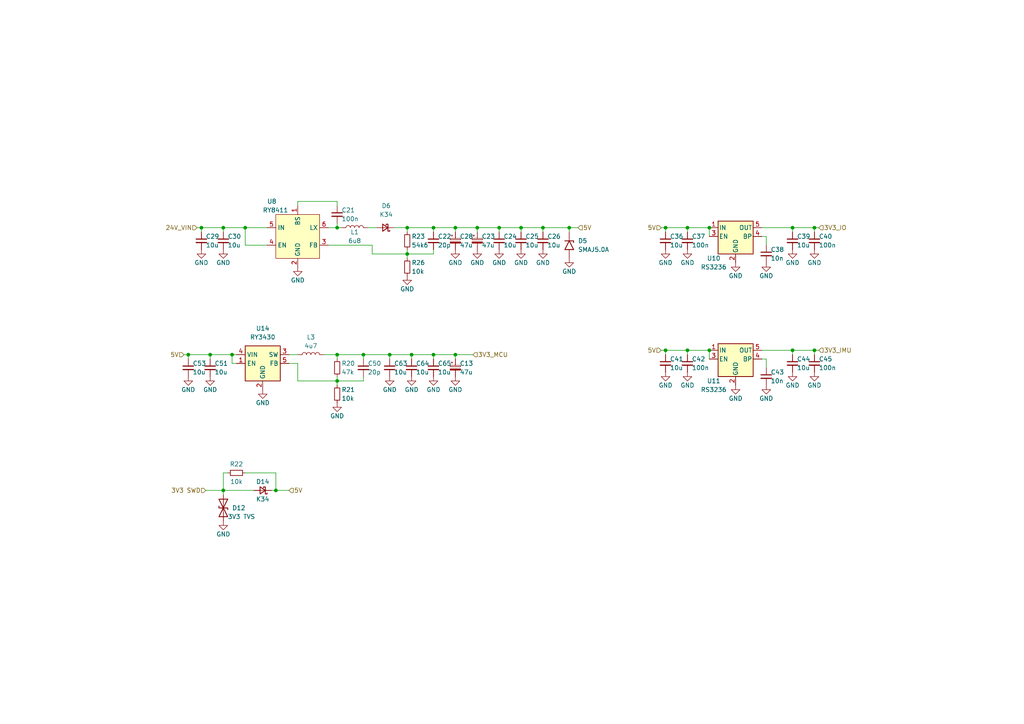
<source format=kicad_sch>
(kicad_sch (version 20231120) (generator "eeschema") (generator_version "8.0")
  (paper "A4")
  (lib_symbols
    (symbol "Device:C_Polarized_Small" (pin_numbers hide) (pin_names (offset 0.254) hide)
      (property "Reference" "C" (at 0.254 1.778 0))
      (property "Value" "C_Polarized_Small" (at 0.254 -2.032 0))
      (symbol "C_Polarized_Small_0_1"
        (rectangle (start -1.524 -0.3048) (end 1.524 -0.6858) (fill (type outline)))
        (rectangle (start -1.524 0.6858) (end 1.524 0.3048))
        (polyline (pts (xy -1.27 1.524) (xy -0.762 1.524)))
        (polyline (pts (xy -1.016 1.27) (xy -1.016 1.778)))
      )
      (symbol "C_Polarized_Small_1_1"
        (pin passive line (at 0 2.54 270) (length 1.8542) (name "~") (number "1"))
        (pin passive line (at 0 -2.54 90) (length 1.8542) (name "~") (number "2"))
      )
    )
    (symbol "Device:C_Small" (pin_numbers hide) (pin_names (offset 0.254) hide)
      (property "Reference" "C" (at 0.254 1.778 0))
      (property "Value" "C_Small" (at 0.254 -2.032 0))
      (symbol "C_Small_0_1"
        (polyline (pts (xy -1.524 -0.508) (xy 1.524 -0.508)) (stroke (width 0.3302)))
        (polyline (pts (xy -1.524 0.508) (xy 1.524 0.508)) (stroke (width 0.3048)))
      )
      (symbol "C_Small_1_1"
        (pin passive line (at 0 2.54 270) (length 2.032) (name "~") (number "1"))
        (pin passive line (at 0 -2.54 90) (length 2.032) (name "~") (number "2"))
      )
    )
    (symbol "Device:D_Schottky_Small" (pin_numbers hide) (pin_names (offset 0.254) hide)
      (property "Reference" "D" (at -1.27 2.032 0))
      (property "Value" "D_Schottky_Small" (at -7.112 -2.032 0))
      (symbol "D_Schottky_Small_0_1"
        (polyline (pts (xy -0.762 0) (xy 0.762 0)))
        (polyline (pts (xy 0.762 -1.016) (xy -0.762 0) (xy 0.762 1.016) (xy 0.762 -1.016)) (stroke (width 0.254)))
        (polyline (pts (xy -1.27 0.762) (xy -1.27 1.016) (xy -0.762 1.016) (xy -0.762 -1.016) (xy -0.254 -1.016) (xy -0.254 -0.762)) (stroke (width 0.254)))
      )
      (symbol "D_Schottky_Small_1_1"
        (pin passive line (at -2.54 0 0) (length 1.778) (name "K") (number "1"))
        (pin passive line (at 2.54 0 180) (length 1.778) (name "A") (number "2"))
      )
    )
    (symbol "Device:D_TVS" (pin_numbers hide) (pin_names (offset 1.016) hide)
      (property "Reference" "D" (at 0 2.54 0))
      (property "Value" "D_TVS" (at 0 -2.54 0))
      (symbol "D_TVS_0_1"
        (polyline (pts (xy 1.27 0) (xy -1.27 0)))
        (polyline (pts (xy 0.508 1.27) (xy 0 1.27) (xy 0 -1.27) (xy -0.508 -1.27)) (stroke (width 0.254)))
        (polyline (pts (xy -2.54 1.27) (xy -2.54 -1.27) (xy 2.54 1.27) (xy 2.54 -1.27) (xy -2.54 1.27)) (stroke (width 0.254)))
      )
      (symbol "D_TVS_1_1"
        (pin passive line (at -3.81 0 0) (length 2.54) (name "A1") (number "1"))
        (pin passive line (at 3.81 0 180) (length 2.54) (name "A2") (number "2"))
      )
    )
    (symbol "Device:L" (pin_numbers hide) (pin_names (offset 1.016) hide)
      (property "Reference" "L" (at -1.27 0 90))
      (property "Value" "L" (at 1.905 0 90))
      (symbol "L_0_1"
        (arc (start 0 -2.54) (mid 0.6323 -1.905) (end 0 -1.27))
        (arc (start 0 -1.27) (mid 0.6323 -0.635) (end 0 0))
        (arc (start 0 0) (mid 0.6323 0.635) (end 0 1.27))
        (arc (start 0 1.27) (mid 0.6323 1.905) (end 0 2.54))
      )
      (symbol "L_1_1"
        (pin passive line (at 0 3.81 270) (length 1.27) (name "1") (number "1"))
        (pin passive line (at 0 -3.81 90) (length 1.27) (name "2") (number "2"))
      )
    )
    (symbol "Device:R_Small" (pin_numbers hide) (pin_names (offset 0.254) hide)
      (property "Reference" "R" (at 0.762 0.508 0))
      (property "Value" "R_Small" (at 0.762 -1.016 0))
      (symbol "R_Small_0_1"
        (rectangle (start -0.762 1.778) (end 0.762 -1.778) (stroke (width 0.2032)))
      )
      (symbol "R_Small_1_1"
        (pin passive line (at 0 2.54 270) (length 0.762) (name "~") (number "1"))
        (pin passive line (at 0 -2.54 90) (length 0.762) (name "~") (number "2"))
      )
    )
    (symbol "Diode:SMAJ5.0A" (pin_numbers hide) (pin_names (offset 1.016) hide)
      (property "Reference" "D" (at 0 2.54 0))
      (property "Value" "SMAJ5.0A" (at 0 -2.54 0))
      (symbol "SMAJ5.0A_0_1"
        (polyline (pts (xy -0.762 1.27) (xy -1.27 1.27) (xy -1.27 -1.27)) (stroke (width 0.254)))
        (polyline (pts (xy 1.27 1.27) (xy 1.27 -1.27) (xy -1.27 0) (xy 1.27 1.27)) (stroke (width 0.254)))
      )
      (symbol "SMAJ5.0A_1_1"
        (pin passive line (at -3.81 0 0) (length 2.54) (name "A1") (number "1"))
        (pin passive line (at 3.81 0 180) (length 2.54) (name "A2") (number "2"))
      )
    )
    (symbol "RM24:SY8301"
      (property "Reference" "U" (at 0 0 0))
      (property "Value" "SY8301" (at 0 0 0))
      (symbol "SY8301_0_1"
        (rectangle (start -6.35 6.35) (end 6.35 -6.35) (fill (type background)))
      )
      (symbol "SY8301_1_1"
        (pin input line (at 0 8.89 270) (length 2.54) (name "BS") (number "1"))
        (pin input line (at 0 -8.89 90) (length 2.54) (name "GND") (number "2"))
        (pin input line (at 8.89 -2.54 180) (length 2.54) (name "FB") (number "3"))
        (pin input line (at -8.89 -2.54 0) (length 2.54) (name "EN") (number "4"))
        (pin input line (at -8.89 2.54 0) (length 2.54) (name "IN") (number "5"))
        (pin input line (at 8.89 2.54 180) (length 2.54) (name "LX") (number "6"))
      )
    )
    (symbol "Regulator_Linear:LDK130-12_SOT23_SOT353" (pin_names (offset 0.254))
      (property "Reference" "U" (at -3.81 5.715 0))
      (property "Value" "LDK130-12_SOT23_SOT353" (at 0 5.715 0))
      (symbol "LDK130-12_SOT23_SOT353_0_1"
        (rectangle (start -5.08 4.445) (end 5.08 -5.08) (stroke (width 0.254)) (fill (type background)))
      )
      (symbol "LDK130-12_SOT23_SOT353_1_1"
        (pin power_in line (at -7.62 2.54 0) (length 2.54) (name "IN") (number "1"))
        (pin power_in line (at 0 -7.62 90) (length 2.54) (name "GND") (number "2"))
        (pin input line (at -7.62 0 0) (length 2.54) (name "EN") (number "3"))
        (pin passive line (at 7.62 0 180) (length 2.54) (name "BP") (number "4"))
        (pin power_out line (at 7.62 2.54 180) (length 2.54) (name "OUT") (number "5"))
      )
    )
    (symbol "Regulator_Switching:NCP1529A"
      (property "Reference" "U" (at -5.08 6.35 0))
      (property "Value" "NCP1529A" (at 0 6.35 0))
      (symbol "NCP1529A_0_1"
        (rectangle (start -5.08 5.08) (end 5.08 -5.08) (stroke (width 0.254)) (fill (type background)))
      )
      (symbol "NCP1529A_1_1"
        (pin input line (at -7.62 0 0) (length 2.54) (name "EN") (number "1"))
        (pin power_in line (at 0 -7.62 90) (length 2.54) (name "GND") (number "2"))
        (pin power_out line (at 7.62 2.54 180) (length 2.54) (name "SW") (number "3"))
        (pin power_in line (at -7.62 2.54 0) (length 2.54) (name "VIN") (number "4"))
        (pin input line (at 7.62 0 180) (length 2.54) (name "FB") (number "5"))
      )
    )
    (symbol "power:GND" (power) (pin_names (offset 0))
      (property "Value" "GND" (at 0 -3.81 0))
      (symbol "GND_0_1"
        (polyline (pts (xy 0 0) (xy 0 -1.27) (xy 1.27 -1.27) (xy 0 -2.54) (xy -1.27 -1.27) (xy 0 -1.27)))
      )
      (symbol "GND_1_1"
        (pin power_in line (at 0 0 270) (length 0) hide (name "GND") (number "1"))
      )
    )
  )
  (junction (at 193.04 101.6))
  (junction (at 58.42 66.04))
  (junction (at 193.04 66.04))
  (junction (at 97.79 66.04))
  (junction (at 60.96 102.87))
  (junction (at 54.61 102.87))
  (junction (at 132.08 66.04))
  (junction (at 229.87 66.04))
  (junction (at 236.22 101.6))
  (junction (at 236.22 66.04))
  (junction (at 125.73 102.87))
  (junction (at 105.41 102.87))
  (junction (at 199.39 101.6))
  (junction (at 80.01 142.24))
  (junction (at 144.78 66.04))
  (junction (at 132.08 102.87))
  (junction (at 229.87 101.6))
  (junction (at 157.48 66.04))
  (junction (at 119.38 102.87))
  (junction (at 205.74 101.6))
  (junction (at 113.03 102.87))
  (junction (at 205.74 66.04))
  (junction (at 118.11 73.66))
  (junction (at 67.31 102.87))
  (junction (at 125.73 66.04))
  (junction (at 97.79 102.87))
  (junction (at 199.39 66.04))
  (junction (at 64.77 66.04))
  (junction (at 151.13 66.04))
  (junction (at 138.43 66.04))
  (junction (at 165.1 66.04))
  (junction (at 118.11 66.04))
  (junction (at 71.12 66.04))
  (junction (at 64.77 142.24))
  (junction (at 97.79 110.49))
  (wire (pts (xy 157.48 66.04) (xy 165.1 66.04)))
  (wire (pts (xy 229.87 66.04) (xy 229.87 67.31)))
  (wire (pts (xy 78.74 142.24) (xy 80.01 142.24)))
  (wire (pts (xy 86.36 58.42) (xy 97.79 58.42)))
  (wire (pts (xy 53.34 102.87) (xy 54.61 102.87)))
  (wire (pts (xy 191.77 101.6) (xy 193.04 101.6)))
  (wire (pts (xy 64.77 137.16) (xy 64.77 142.24)))
  (wire (pts (xy 54.61 104.14) (xy 54.61 102.87)))
  (wire (pts (xy 114.3 66.04) (xy 118.11 66.04)))
  (wire (pts (xy 60.96 104.14) (xy 60.96 102.87)))
  (wire (pts (xy 151.13 66.04) (xy 157.48 66.04)))
  (wire (pts (xy 105.41 102.87) (xy 113.03 102.87)))
  (wire (pts (xy 67.31 102.87) (xy 68.58 102.87)))
  (wire (pts (xy 97.79 66.04) (xy 97.79 64.77)))
  (wire (pts (xy 119.38 104.14) (xy 119.38 102.87)))
  (wire (pts (xy 86.36 102.87) (xy 83.82 102.87)))
  (wire (pts (xy 118.11 66.04) (xy 125.73 66.04)))
  (wire (pts (xy 97.79 102.87) (xy 97.79 104.14)))
  (wire (pts (xy 199.39 101.6) (xy 205.74 101.6)))
  (wire (pts (xy 66.04 137.16) (xy 64.77 137.16)))
  (wire (pts (xy 236.22 66.04) (xy 237.49 66.04)))
  (wire (pts (xy 119.38 102.87) (xy 125.73 102.87)))
  (wire (pts (xy 95.25 66.04) (xy 97.79 66.04)))
  (wire (pts (xy 71.12 66.04) (xy 71.12 71.12)))
  (wire (pts (xy 59.69 142.24) (xy 64.77 142.24)))
  (wire (pts (xy 199.39 66.04) (xy 205.74 66.04)))
  (wire (pts (xy 68.58 105.41) (xy 67.31 105.41)))
  (wire (pts (xy 64.77 142.24) (xy 64.77 143.51)))
  (wire (pts (xy 113.03 102.87) (xy 119.38 102.87)))
  (wire (pts (xy 97.79 111.76) (xy 97.79 110.49)))
  (wire (pts (xy 229.87 66.04) (xy 236.22 66.04)))
  (wire (pts (xy 83.82 105.41) (xy 86.36 105.41)))
  (wire (pts (xy 193.04 67.31) (xy 193.04 66.04)))
  (wire (pts (xy 118.11 66.04) (xy 118.11 67.31)))
  (wire (pts (xy 138.43 66.04) (xy 138.43 67.31)))
  (wire (pts (xy 151.13 66.04) (xy 151.13 67.31)))
  (wire (pts (xy 57.15 66.04) (xy 58.42 66.04)))
  (wire (pts (xy 64.77 66.04) (xy 64.77 67.31)))
  (wire (pts (xy 165.1 66.04) (xy 167.64 66.04)))
  (wire (pts (xy 86.36 105.41) (xy 86.36 110.49)))
  (wire (pts (xy 236.22 101.6) (xy 237.49 101.6)))
  (wire (pts (xy 118.11 74.93) (xy 118.11 73.66)))
  (wire (pts (xy 64.77 66.04) (xy 71.12 66.04)))
  (wire (pts (xy 236.22 66.04) (xy 236.22 67.31)))
  (wire (pts (xy 132.08 102.87) (xy 137.16 102.87)))
  (wire (pts (xy 125.73 66.04) (xy 125.73 67.31)))
  (wire (pts (xy 229.87 101.6) (xy 236.22 101.6)))
  (wire (pts (xy 86.36 59.69) (xy 86.36 58.42)))
  (wire (pts (xy 193.04 101.6) (xy 199.39 101.6)))
  (wire (pts (xy 138.43 66.04) (xy 144.78 66.04)))
  (wire (pts (xy 157.48 66.04) (xy 157.48 67.31)))
  (wire (pts (xy 220.98 68.58) (xy 222.25 68.58)))
  (wire (pts (xy 95.25 71.12) (xy 107.95 71.12)))
  (wire (pts (xy 118.11 73.66) (xy 118.11 72.39)))
  (wire (pts (xy 205.74 101.6) (xy 205.74 104.14)))
  (wire (pts (xy 105.41 109.22) (xy 105.41 110.49)))
  (wire (pts (xy 236.22 101.6) (xy 236.22 102.87)))
  (wire (pts (xy 125.73 66.04) (xy 132.08 66.04)))
  (wire (pts (xy 193.04 102.87) (xy 193.04 101.6)))
  (wire (pts (xy 97.79 102.87) (xy 105.41 102.87)))
  (wire (pts (xy 97.79 58.42) (xy 97.79 59.69)))
  (wire (pts (xy 93.98 102.87) (xy 97.79 102.87)))
  (wire (pts (xy 193.04 66.04) (xy 199.39 66.04)))
  (wire (pts (xy 80.01 142.24) (xy 83.82 142.24)))
  (wire (pts (xy 97.79 66.04) (xy 99.06 66.04)))
  (wire (pts (xy 113.03 104.14) (xy 113.03 102.87)))
  (wire (pts (xy 220.98 66.04) (xy 229.87 66.04)))
  (wire (pts (xy 86.36 110.49) (xy 97.79 110.49)))
  (wire (pts (xy 77.47 66.04) (xy 71.12 66.04)))
  (wire (pts (xy 222.25 104.14) (xy 222.25 106.68)))
  (wire (pts (xy 205.74 66.04) (xy 205.74 68.58)))
  (wire (pts (xy 107.95 73.66) (xy 118.11 73.66)))
  (wire (pts (xy 222.25 68.58) (xy 222.25 71.12)))
  (wire (pts (xy 97.79 110.49) (xy 97.79 109.22)))
  (wire (pts (xy 60.96 102.87) (xy 67.31 102.87)))
  (wire (pts (xy 132.08 66.04) (xy 132.08 67.31)))
  (wire (pts (xy 220.98 101.6) (xy 229.87 101.6)))
  (wire (pts (xy 132.08 66.04) (xy 138.43 66.04)))
  (wire (pts (xy 199.39 66.04) (xy 199.39 67.31)))
  (wire (pts (xy 132.08 102.87) (xy 132.08 104.14)))
  (wire (pts (xy 191.77 66.04) (xy 193.04 66.04)))
  (wire (pts (xy 220.98 104.14) (xy 222.25 104.14)))
  (wire (pts (xy 67.31 102.87) (xy 67.31 105.41)))
  (wire (pts (xy 144.78 66.04) (xy 144.78 67.31)))
  (wire (pts (xy 165.1 67.31) (xy 165.1 66.04)))
  (wire (pts (xy 71.12 71.12) (xy 77.47 71.12)))
  (wire (pts (xy 64.77 142.24) (xy 73.66 142.24)))
  (wire (pts (xy 107.95 71.12) (xy 107.95 73.66)))
  (wire (pts (xy 58.42 66.04) (xy 64.77 66.04)))
  (wire (pts (xy 229.87 101.6) (xy 229.87 102.87)))
  (wire (pts (xy 97.79 110.49) (xy 105.41 110.49)))
  (wire (pts (xy 199.39 101.6) (xy 199.39 102.87)))
  (wire (pts (xy 105.41 102.87) (xy 105.41 104.14)))
  (wire (pts (xy 125.73 104.14) (xy 125.73 102.87)))
  (wire (pts (xy 71.12 137.16) (xy 80.01 137.16)))
  (wire (pts (xy 58.42 66.04) (xy 58.42 67.31)))
  (wire (pts (xy 118.11 73.66) (xy 125.73 73.66)))
  (wire (pts (xy 106.68 66.04) (xy 109.22 66.04)))
  (wire (pts (xy 125.73 102.87) (xy 132.08 102.87)))
  (wire (pts (xy 54.61 102.87) (xy 60.96 102.87)))
  (wire (pts (xy 80.01 137.16) (xy 80.01 142.24)))
  (wire (pts (xy 125.73 73.66) (xy 125.73 72.39)))
  (wire (pts (xy 144.78 66.04) (xy 151.13 66.04)))
  (hierarchical_label "3V3_IMU" (shape input) (at 237.49 101.6 0))
  (hierarchical_label "5V" (shape input) (at 167.64 66.04 0))
  (hierarchical_label "3V3 SWD" (shape input) (at 59.69 142.24 180))
  (hierarchical_label "5V" (shape input) (at 191.77 66.04 180))
  (hierarchical_label "5V" (shape input) (at 191.77 101.6 180))
  (hierarchical_label "5V" (shape input) (at 83.82 142.24 0))
  (hierarchical_label "24V_VIN" (shape input) (at 57.15 66.04 180))
  (hierarchical_label "3V3_MCU" (shape input) (at 137.16 102.87 0))
  (hierarchical_label "3V3_IO" (shape input) (at 237.49 66.04 0))
  (hierarchical_label "5V" (shape input) (at 53.34 102.87 180))
  (symbol (lib_id "Device:R_Small") (at 97.79 106.68 0) (unit 1)
    (property "Reference" "R20" (at 99.06 105.41 0) (effects (justify left)))
    (property "Value" "47k" (at 99.06 107.95 0) (effects (justify left)))
    (property "Footprint" "Resistor_SMD:R_0603_1608Metric" (effects (hide yes)))
  )
  (symbol (lib_id "power:GND") (at 132.08 72.39 0) (unit 1)
    (property "Reference" "#PWR057" (effects (hide yes)))
    (property "Value" "GND" (at 132.08 76.2 0))
    (instances (project "RM2024_G473_MCB" (path "" (reference "#PWR057") (unit 1))) (project "F405FC" (path "" (reference "#PWR053") (unit 1))))
  )
  (symbol (lib_id "Device:D_Schottky_Small") (at 76.2 142.24 180) (unit 1)
    (property "Reference" "D14" (at 76.2 139.7 0))
    (property "Value" "K34" (at 76.2 144.78 0))
    (property "Footprint" "Diode_SMD:D_SMF" (effects (hide yes)))
  )
  (symbol (lib_id "Device:C_Small") (at 105.41 106.68 0) (unit 1)
    (property "Reference" "C50" (at 106.68 105.41 0) (effects (justify left)))
    (property "Value" "20p" (at 106.68 107.95 0) (effects (justify left)))
    (property "Footprint" "Capacitor_SMD:C_0603_1608Metric" (effects (hide yes)))
    (instances (project "RM2024_G473_MCB" (path "" (reference "C50") (unit 1))) (project "F405FC" (path "" (reference "C20") (unit 1))))
  )
  (symbol (lib_id "Device:C_Small") (at 157.48 69.85 0) (unit 1)
    (property "Reference" "C26" (at 158.75 68.58 0) (effects (justify left)))
    (property "Value" "10u" (at 158.75 71.12 0) (effects (justify left)))
    (property "Footprint" "Capacitor_SMD:C_1206_3216Metric" (effects (hide yes)))
    (instances (project "RM2024_G473_MCB" (path "" (reference "C26") (unit 1))) (project "F405FC" (path "" (reference "C20") (unit 1))))
  )
  (symbol (lib_id "power:GND") (at 64.77 151.13 0) (unit 1)
    (property "Reference" "#PWR089" (effects (hide yes)))
    (property "Value" "GND" (at 64.77 154.94 0))
    (instances (project "RM2024_G473_MCB" (path "" (reference "#PWR089") (unit 1))) (project "F405FC" (path "" (reference "#PWR056") (unit 1))))
  )
  (symbol (lib_id "Device:C_Small") (at 199.39 69.85 0) (unit 1)
    (property "Reference" "C37" (at 200.66 68.58 0) (effects (justify left)))
    (property "Value" "100n" (at 200.66 71.12 0) (effects (justify left)))
    (property "Footprint" "Capacitor_SMD:C_0603_1608Metric" (effects (hide yes)))
    (instances (project "RM2024_G473_MCB" (path "" (reference "C37") (unit 1))) (project "F405FC" (path "" (reference "C20") (unit 1))))
  )
  (symbol (lib_id "power:GND") (at 213.36 111.76 0) (unit 1)
    (property "Reference" "#PWR083" (effects (hide yes)))
    (property "Value" "GND" (at 213.36 115.57 0))
    (instances (project "RM2024_G473_MCB" (path "" (reference "#PWR083") (unit 1))) (project "F405FC" (path "" (reference "#PWR056") (unit 1))))
  )
  (symbol (lib_id "Device:C_Small") (at 151.13 69.85 0) (unit 1)
    (property "Reference" "C25" (at 152.4 68.58 0) (effects (justify left)))
    (property "Value" "10u" (at 152.4 71.12 0) (effects (justify left)))
    (property "Footprint" "Capacitor_SMD:C_1206_3216Metric" (effects (hide yes)))
    (instances (project "RM2024_G473_MCB" (path "" (reference "C25") (unit 1))) (project "F405FC" (path "" (reference "C20") (unit 1))))
  )
  (symbol (lib_id "power:GND") (at 222.25 76.2 0) (unit 1)
    (property "Reference" "#PWR077" (effects (hide yes)))
    (property "Value" "GND" (at 222.25 80.01 0))
    (instances (project "RM2024_G473_MCB" (path "" (reference "#PWR077") (unit 1))) (project "F405FC" (path "" (reference "#PWR056") (unit 1))))
  )
  (symbol (lib_id "Device:C_Small") (at 125.73 69.85 0) (unit 1)
    (property "Reference" "C22" (at 127 68.58 0) (effects (justify left)))
    (property "Value" "20p" (at 127 71.12 0) (effects (justify left)))
    (property "Footprint" "Capacitor_SMD:C_0603_1608Metric" (effects (hide yes)))
    (instances (project "RM2024_G473_MCB" (path "" (reference "C22") (unit 1))) (project "F405FC" (path "" (reference "C20") (unit 1))))
  )
  (symbol (lib_id "Device:C_Polarized_Small") (at 132.08 69.85 0) (unit 1)
    (property "Reference" "C28" (at 133.35 68.58 0) (effects (justify left)))
    (property "Value" "47u" (at 133.35 71.12 0) (effects (justify left)))
    (property "Footprint" "Capacitor_Tantalum_SMD:CP_EIA-3216-18_Kemet-A_Pad1.58x1.35mm_HandSolder" (effects (hide yes)))
  )
  (symbol (lib_id "Device:C_Small") (at 193.04 69.85 0) (unit 1)
    (property "Reference" "C36" (at 194.31 68.58 0) (effects (justify left)))
    (property "Value" "10u" (at 194.31 71.12 0) (effects (justify left)))
    (property "Footprint" "Capacitor_SMD:C_0603_1608Metric" (effects (hide yes)))
    (instances (project "RM2024_G473_MCB" (path "" (reference "C36") (unit 1))) (project "F405FC" (path "" (reference "C18") (unit 1))))
  )
  (symbol (lib_id "Device:C_Small") (at 58.42 69.85 0) (unit 1)
    (property "Reference" "C29" (at 59.69 68.58 0) (effects (justify left)))
    (property "Value" "10u" (at 59.69 71.12 0) (effects (justify left)))
    (property "Footprint" "Capacitor_SMD:C_1206_3216Metric" (effects (hide yes)))
    (instances (project "RM2024_G473_MCB" (path "" (reference "C29") (unit 1))) (project "F405FC" (path "" (reference "C20") (unit 1))))
  )
  (symbol (lib_id "Regulator_Linear:LDK130-12_SOT23_SOT353") (at 213.36 104.14 0) (unit 1)
    (property "Reference" "U11" (at 207.01 110.49 0))
    (property "Value" "RS3236" (at 207.01 113.03 0))
    (property "Footprint" "Package_TO_SOT_SMD:SOT-23-5" (effects (hide yes)))
    (property "Datasheet" "http://www.st.com/content/ccc/resource/technical/document/datasheet/29/10/f7/87/2f/66/47/f4/DM00076097.pdf/files/DM00076097.pdf/jcr:content/translations/en.DM00076097.pdf" (effects (hide yes)))
    (instances (project "RM2024_G473_MCB" (path "" (reference "U11") (unit 1))) (project "f407_v0.5" (path "" (reference "U9") (unit 1))))
  )
  (symbol (lib_id "power:GND") (at 118.11 80.01 0) (unit 1)
    (property "Reference" "#PWR053" (effects (hide yes)))
    (property "Value" "GND" (at 118.11 83.82 0))
  )
  (symbol (lib_id "Device:C_Small") (at 222.25 73.66 0) (unit 1)
    (property "Reference" "C38" (at 223.52 72.39 0) (effects (justify left)))
    (property "Value" "10n" (at 223.52 74.93 0) (effects (justify left)))
    (property "Footprint" "Capacitor_SMD:C_0603_1608Metric" (effects (hide yes)))
    (instances (project "RM2024_G473_MCB" (path "" (reference "C38") (unit 1))) (project "F405FC" (path "" (reference "C20") (unit 1))))
  )
  (symbol (lib_id "power:GND") (at 54.61 109.22 0) (unit 1)
    (property "Reference" "#PWR033" (effects (hide yes)))
    (property "Value" "GND" (at 54.61 113.03 0))
    (instances (project "RM2024_G473_MCB" (path "" (reference "#PWR033") (unit 1))) (project "F405FC" (path "" (reference "#PWR056") (unit 1))))
  )
  (symbol (lib_id "power:GND") (at 76.2 113.03 0) (unit 1)
    (property "Reference" "#PWR029" (effects (hide yes)))
    (property "Value" "GND" (at 76.2 116.84 0))
    (instances (project "RM2024_G473_MCB" (path "" (reference "#PWR029") (unit 1))) (project "F405FC" (path "" (reference "#PWR053") (unit 1))))
  )
  (symbol (lib_id "power:GND") (at 97.79 116.84 0) (unit 1)
    (property "Reference" "#PWR025" (effects (hide yes)))
    (property "Value" "GND" (at 97.79 120.65 0))
    (instances (project "RM2024_G473_MCB" (path "" (reference "#PWR025") (unit 1))) (project "F405FC" (path "" (reference "#PWR053") (unit 1))))
  )
  (symbol (lib_id "Device:R_Small") (at 118.11 77.47 0) (unit 1)
    (property "Reference" "R26" (at 119.38 76.2 0) (effects (justify left)))
    (property "Value" "10k" (at 119.38 78.74 0) (effects (justify left)))
    (property "Footprint" "Resistor_SMD:R_0603_1608Metric" (effects (hide yes)))
  )
  (symbol (lib_id "Device:C_Small") (at 236.22 105.41 0) (unit 1)
    (property "Reference" "C45" (at 237.49 104.14 0) (effects (justify left)))
    (property "Value" "100n" (at 237.49 106.68 0) (effects (justify left)))
    (property "Footprint" "Capacitor_SMD:C_0603_1608Metric" (effects (hide yes)))
    (instances (project "RM2024_G473_MCB" (path "" (reference "C45") (unit 1))) (project "F405FC" (path "" (reference "C20") (unit 1))))
  )
  (symbol (lib_id "power:GND") (at 113.03 109.22 0) (unit 1)
    (property "Reference" "#PWR036" (effects (hide yes)))
    (property "Value" "GND" (at 113.03 113.03 0))
    (instances (project "RM2024_G473_MCB" (path "" (reference "#PWR036") (unit 1))) (project "F405FC" (path "" (reference "#PWR056") (unit 1))))
  )
  (symbol (lib_id "Device:D_Schottky_Small") (at 111.76 66.04 180) (unit 1)
    (property "Reference" "D6" (at 112.014 59.69 0))
    (property "Value" "K34" (at 112.014 62.23 0))
    (property "Footprint" "Diode_SMD:D_SMF" (effects (hide yes)))
  )
  (symbol (lib_id "power:GND") (at 125.73 109.22 0) (unit 1)
    (property "Reference" "#PWR040" (effects (hide yes)))
    (property "Value" "GND" (at 125.73 113.03 0))
    (instances (project "RM2024_G473_MCB" (path "" (reference "#PWR040") (unit 1))) (project "F405FC" (path "" (reference "#PWR056") (unit 1))))
  )
  (symbol (lib_id "Device:C_Polarized_Small") (at 132.08 106.68 0) (unit 1)
    (property "Reference" "C13" (at 133.35 105.41 0) (effects (justify left)))
    (property "Value" "47u" (at 133.35 107.95 0) (effects (justify left)))
    (property "Footprint" "Capacitor_Tantalum_SMD:CP_EIA-3216-18_Kemet-A_Pad1.58x1.35mm_HandSolder" (effects (hide yes)))
  )
  (symbol (lib_id "Regulator_Switching:NCP1529A") (at 76.2 105.41 0) (unit 1)
    (property "Reference" "U14" (at 76.2 95.25 0))
    (property "Value" "RY3430" (at 76.2 97.79 0))
    (property "Footprint" "Package_TO_SOT_SMD:SOT-23-5" (effects (hide yes)))
    (property "Datasheet" "https://www.onsemi.com/pub/Collateral/NCP1529-D.PDF" (effects (hide yes)))
  )
  (symbol (lib_id "power:GND") (at 119.38 109.22 0) (unit 1)
    (property "Reference" "#PWR037" (effects (hide yes)))
    (property "Value" "GND" (at 119.38 113.03 0))
    (instances (project "RM2024_G473_MCB" (path "" (reference "#PWR037") (unit 1))) (project "F405FC" (path "" (reference "#PWR056") (unit 1))))
  )
  (symbol (lib_id "power:GND") (at 86.36 77.47 0) (unit 1)
    (property "Reference" "#PWR052" (effects (hide yes)))
    (property "Value" "GND" (at 86.36 81.28 0))
    (instances (project "RM2024_G473_MCB" (path "" (reference "#PWR052") (unit 1))) (project "F405FC" (path "" (reference "#PWR053") (unit 1))))
  )
  (symbol (lib_id "Device:C_Small") (at 199.39 105.41 0) (unit 1)
    (property "Reference" "C42" (at 200.66 104.14 0) (effects (justify left)))
    (property "Value" "100n" (at 200.66 106.68 0) (effects (justify left)))
    (property "Footprint" "Capacitor_SMD:C_0603_1608Metric" (effects (hide yes)))
    (instances (project "RM2024_G473_MCB" (path "" (reference "C42") (unit 1))) (project "F405FC" (path "" (reference "C20") (unit 1))))
  )
  (symbol (lib_id "power:GND") (at 165.1 74.93 0) (unit 1)
    (property "Reference" "#PWR071" (effects (hide yes)))
    (property "Value" "GND" (at 165.1 78.74 0))
  )
  (symbol (lib_id "Device:L") (at 90.17 102.87 90) (unit 1)
    (property "Reference" "L3" (at 90.17 97.79 90))
    (property "Value" "4u7" (at 90.17 100.33 90))
    (property "Footprint" "Inductor_SMD:L_Sunlord_MWSA0402S" (effects (hide yes)))
    (instances (project "RM2024_G473_MCB" (path "" (reference "L3") (unit 1))) (project "f407_v0.5" (path "" (reference "L1") (unit 1)) (path "" (reference "L1") (unit 1))))
  )
  (symbol (lib_id "Device:C_Polarized_Small") (at 138.43 69.85 0) (unit 1)
    (property "Reference" "C23" (at 139.7 68.58 0) (effects (justify left)))
    (property "Value" "47u" (at 139.7 71.12 0) (effects (justify left)))
    (property "Footprint" "Capacitor_Tantalum_SMD:CP_EIA-3216-18_Kemet-A_Pad1.58x1.35mm_HandSolder" (effects (hide yes)))
  )
  (symbol (lib_id "power:GND") (at 199.39 107.95 0) (unit 1)
    (property "Reference" "#PWR082" (effects (hide yes)))
    (property "Value" "GND" (at 199.39 111.76 0))
    (instances (project "RM2024_G473_MCB" (path "" (reference "#PWR082") (unit 1))) (project "F405FC" (path "" (reference "#PWR056") (unit 1))))
  )
  (symbol (lib_id "power:GND") (at 132.08 109.22 0) (unit 1)
    (property "Reference" "#PWR023" (effects (hide yes)))
    (property "Value" "GND" (at 132.08 113.03 0))
  )
  (symbol (lib_id "power:GND") (at 213.36 76.2 0) (unit 1)
    (property "Reference" "#PWR076" (effects (hide yes)))
    (property "Value" "GND" (at 213.36 80.01 0))
    (instances (project "RM2024_G473_MCB" (path "" (reference "#PWR076") (unit 1))) (project "F405FC" (path "" (reference "#PWR056") (unit 1))))
  )
  (symbol (lib_id "Device:C_Small") (at 229.87 105.41 0) (unit 1)
    (property "Reference" "C44" (at 231.14 104.14 0) (effects (justify left)))
    (property "Value" "10u" (at 231.14 106.68 0) (effects (justify left)))
    (property "Footprint" "Capacitor_SMD:C_0603_1608Metric" (effects (hide yes)))
    (instances (project "RM2024_G473_MCB" (path "" (reference "C44") (unit 1))) (project "F405FC" (path "" (reference "C18") (unit 1))))
  )
  (symbol (lib_id "power:GND") (at 64.77 72.39 0) (unit 1)
    (property "Reference" "#PWR064" (effects (hide yes)))
    (property "Value" "GND" (at 64.77 76.2 0))
    (instances (project "RM2024_G473_MCB" (path "" (reference "#PWR064") (unit 1))) (project "F405FC" (path "" (reference "#PWR053") (unit 1))))
  )
  (symbol (lib_id "Device:R_Small") (at 118.11 69.85 0) (unit 1)
    (property "Reference" "R23" (at 119.38 68.58 0) (effects (justify left)))
    (property "Value" "54k6" (at 119.38 71.12 0) (effects (justify left)))
    (property "Footprint" "Resistor_SMD:R_0603_1608Metric" (effects (hide yes)))
  )
  (symbol (lib_id "Device:C_Small") (at 236.22 69.85 0) (unit 1)
    (property "Reference" "C40" (at 237.49 68.58 0) (effects (justify left)))
    (property "Value" "100n" (at 237.49 71.12 0) (effects (justify left)))
    (property "Footprint" "Capacitor_SMD:C_0603_1608Metric" (effects (hide yes)))
    (instances (project "RM2024_G473_MCB" (path "" (reference "C40") (unit 1))) (project "F405FC" (path "" (reference "C20") (unit 1))))
  )
  (symbol (lib_id "power:GND") (at 193.04 72.39 0) (unit 1)
    (property "Reference" "#PWR074" (effects (hide yes)))
    (property "Value" "GND" (at 193.04 76.2 0))
    (instances (project "RM2024_G473_MCB" (path "" (reference "#PWR074") (unit 1))) (project "F405FC" (path "" (reference "#PWR056") (unit 1))))
  )
  (symbol (lib_id "Device:C_Small") (at 125.73 106.68 0) (unit 1)
    (property "Reference" "C65" (at 127 105.41 0) (effects (justify left)))
    (property "Value" "10u" (at 127 107.95 0) (effects (justify left)))
    (property "Footprint" "Capacitor_SMD:C_0603_1608Metric" (effects (hide yes)))
    (instances (project "RM2024_G473_MCB" (path "" (reference "C65") (unit 1))) (project "F405FC" (path "" (reference "C18") (unit 1))))
  )
  (symbol (lib_id "Device:R_Small") (at 97.79 114.3 0) (unit 1)
    (property "Reference" "R21" (at 99.06 113.03 0) (effects (justify left)))
    (property "Value" "10k" (at 99.06 115.57 0) (effects (justify left)))
    (property "Footprint" "Resistor_SMD:R_0603_1608Metric" (effects (hide yes)))
  )
  (symbol (lib_id "Device:C_Small") (at 54.61 106.68 0) (unit 1)
    (property "Reference" "C53" (at 55.88 105.41 0) (effects (justify left)))
    (property "Value" "10u" (at 55.88 107.95 0) (effects (justify left)))
    (property "Footprint" "Capacitor_SMD:C_0603_1608Metric" (effects (hide yes)))
    (instances (project "RM2024_G473_MCB" (path "" (reference "C53") (unit 1))) (project "F405FC" (path "" (reference "C18") (unit 1))))
  )
  (symbol (lib_id "power:GND") (at 236.22 107.95 0) (unit 1)
    (property "Reference" "#PWR086" (effects (hide yes)))
    (property "Value" "GND" (at 236.22 111.76 0))
    (instances (project "RM2024_G473_MCB" (path "" (reference "#PWR086") (unit 1))) (project "F405FC" (path "" (reference "#PWR056") (unit 1))))
  )
  (symbol (lib_id "Device:L") (at 102.87 66.04 90) (unit 1)
    (property "Reference" "L1" (at 102.87 67.31 90))
    (property "Value" "6u8" (at 102.87 69.85 90))
    (property "Footprint" "Inductor_SMD:L_Sunlord_MWSA0402S" (effects (hide yes)))
  )
  (symbol (lib_id "power:GND") (at 157.48 72.39 0) (unit 1)
    (property "Reference" "#PWR061" (effects (hide yes)))
    (property "Value" "GND" (at 157.48 76.2 0))
    (instances (project "RM2024_G473_MCB" (path "" (reference "#PWR061") (unit 1))) (project "F405FC" (path "" (reference "#PWR053") (unit 1))))
  )
  (symbol (lib_id "power:GND") (at 229.87 107.95 0) (unit 1)
    (property "Reference" "#PWR085" (effects (hide yes)))
    (property "Value" "GND" (at 229.87 111.76 0))
    (instances (project "RM2024_G473_MCB" (path "" (reference "#PWR085") (unit 1))) (project "F405FC" (path "" (reference "#PWR056") (unit 1))))
  )
  (symbol (lib_id "Device:C_Small") (at 193.04 105.41 0) (unit 1)
    (property "Reference" "C41" (at 194.31 104.14 0) (effects (justify left)))
    (property "Value" "10u" (at 194.31 106.68 0) (effects (justify left)))
    (property "Footprint" "Capacitor_SMD:C_0603_1608Metric" (effects (hide yes)))
    (instances (project "RM2024_G473_MCB" (path "" (reference "C41") (unit 1))) (project "F405FC" (path "" (reference "C18") (unit 1))))
  )
  (symbol (lib_id "power:GND") (at 151.13 72.39 0) (unit 1)
    (property "Reference" "#PWR060" (effects (hide yes)))
    (property "Value" "GND" (at 151.13 76.2 0))
    (instances (project "RM2024_G473_MCB" (path "" (reference "#PWR060") (unit 1))) (project "F405FC" (path "" (reference "#PWR053") (unit 1))))
  )
  (symbol (lib_id "power:GND") (at 229.87 72.39 0) (unit 1)
    (property "Reference" "#PWR078" (effects (hide yes)))
    (property "Value" "GND" (at 229.87 76.2 0))
    (instances (project "RM2024_G473_MCB" (path "" (reference "#PWR078") (unit 1))) (project "F405FC" (path "" (reference "#PWR056") (unit 1))))
  )
  (symbol (lib_id "Regulator_Linear:LDK130-12_SOT23_SOT353") (at 213.36 68.58 0) (unit 1)
    (property "Reference" "U10" (at 207.01 74.93 0))
    (property "Value" "RS3236" (at 207.01 77.47 0))
    (property "Footprint" "Package_TO_SOT_SMD:SOT-23-5" (effects (hide yes)))
    (property "Datasheet" "http://www.st.com/content/ccc/resource/technical/document/datasheet/29/10/f7/87/2f/66/47/f4/DM00076097.pdf/files/DM00076097.pdf/jcr:content/translations/en.DM00076097.pdf" (effects (hide yes)))
    (instances (project "RM2024_G473_MCB" (path "" (reference "U10") (unit 1))) (project "f407_v0.5" (path "" (reference "U9") (unit 1))))
  )
  (symbol (lib_id "power:GND") (at 138.43 72.39 0) (unit 1)
    (property "Reference" "#PWR058" (effects (hide yes)))
    (property "Value" "GND" (at 138.43 76.2 0))
    (instances (project "RM2024_G473_MCB" (path "" (reference "#PWR058") (unit 1))) (project "F405FC" (path "" (reference "#PWR053") (unit 1))))
  )
  (symbol (lib_id "power:GND") (at 199.39 72.39 0) (unit 1)
    (property "Reference" "#PWR075" (effects (hide yes)))
    (property "Value" "GND" (at 199.39 76.2 0))
    (instances (project "RM2024_G473_MCB" (path "" (reference "#PWR075") (unit 1))) (project "F405FC" (path "" (reference "#PWR056") (unit 1))))
  )
  (symbol (lib_id "power:GND") (at 222.25 111.76 0) (unit 1)
    (property "Reference" "#PWR084" (effects (hide yes)))
    (property "Value" "GND" (at 222.25 115.57 0))
    (instances (project "RM2024_G473_MCB" (path "" (reference "#PWR084") (unit 1))) (project "F405FC" (path "" (reference "#PWR056") (unit 1))))
  )
  (symbol (lib_id "Device:R_Small") (at 68.58 137.16 90) (mirror x) (unit 1)
    (property "Reference" "R22" (at 68.58 134.62 90))
    (property "Value" "10k" (at 68.58 139.7 90))
    (property "Footprint" "Resistor_SMD:R_0603_1608Metric" (effects (hide yes)))
  )
  (symbol (lib_id "Device:C_Small") (at 60.96 106.68 0) (unit 1)
    (property "Reference" "C51" (at 62.23 105.41 0) (effects (justify left)))
    (property "Value" "10u" (at 62.23 107.95 0) (effects (justify left)))
    (property "Footprint" "Capacitor_SMD:C_0603_1608Metric" (effects (hide yes)))
    (instances (project "RM2024_G473_MCB" (path "" (reference "C51") (unit 1))) (project "F405FC" (path "" (reference "C18") (unit 1))))
  )
  (symbol (lib_id "Device:C_Small") (at 119.38 106.68 0) (unit 1)
    (property "Reference" "C64" (at 120.65 105.41 0) (effects (justify left)))
    (property "Value" "10u" (at 120.65 107.95 0) (effects (justify left)))
    (property "Footprint" "Capacitor_SMD:C_0603_1608Metric" (effects (hide yes)))
    (instances (project "RM2024_G473_MCB" (path "" (reference "C64") (unit 1))) (project "F405FC" (path "" (reference "C18") (unit 1))))
  )
  (symbol (lib_id "Device:D_TVS") (at 64.77 147.32 270) (unit 1)
    (property "Reference" "D12" (at 67.31 147.32 90) (effects (justify left)))
    (property "Value" "3V3 TVS" (at 66.04 149.86 90) (effects (justify left)))
    (property "Footprint" "Diode_SMD:D_SMF" (effects (hide yes)))
    (instances (project "RM2024_G473_MCB" (path "" (reference "D12") (unit 1))) (project "f407_v0.5" (path "" (reference "D1") (unit 1))))
  )
  (symbol (lib_id "Device:C_Small") (at 64.77 69.85 0) (unit 1)
    (property "Reference" "C30" (at 66.04 68.58 0) (effects (justify left)))
    (property "Value" "10u" (at 66.04 71.12 0) (effects (justify left)))
    (property "Footprint" "Capacitor_SMD:C_1206_3216Metric" (effects (hide yes)))
    (instances (project "RM2024_G473_MCB" (path "" (reference "C30") (unit 1))) (project "F405FC" (path "" (reference "C20") (unit 1))))
  )
  (symbol (lib_id "Device:C_Small") (at 97.79 62.23 0) (unit 1)
    (property "Reference" "C21" (at 99.06 60.96 0) (effects (justify left)))
    (property "Value" "100n" (at 99.06 63.5 0) (effects (justify left)))
    (property "Footprint" "Capacitor_SMD:C_0603_1608Metric" (effects (hide yes)))
    (instances (project "RM2024_G473_MCB" (path "" (reference "C21") (unit 1))) (project "F405FC" (path "" (reference "C20") (unit 1))))
  )
  (symbol (lib_id "Device:C_Small") (at 222.25 109.22 0) (unit 1)
    (property "Reference" "C43" (at 223.52 107.95 0) (effects (justify left)))
    (property "Value" "10n" (at 223.52 110.49 0) (effects (justify left)))
    (property "Footprint" "Capacitor_SMD:C_0603_1608Metric" (effects (hide yes)))
    (instances (project "RM2024_G473_MCB" (path "" (reference "C43") (unit 1))) (project "F405FC" (path "" (reference "C20") (unit 1))))
  )
  (symbol (lib_id "Device:C_Small") (at 229.87 69.85 0) (unit 1)
    (property "Reference" "C39" (at 231.14 68.58 0) (effects (justify left)))
    (property "Value" "10u" (at 231.14 71.12 0) (effects (justify left)))
    (property "Footprint" "Capacitor_SMD:C_0603_1608Metric" (effects (hide yes)))
    (instances (project "RM2024_G473_MCB" (path "" (reference "C39") (unit 1))) (project "F405FC" (path "" (reference "C18") (unit 1))))
  )
  (symbol (lib_id "power:GND") (at 144.78 72.39 0) (unit 1)
    (property "Reference" "#PWR059" (effects (hide yes)))
    (property "Value" "GND" (at 144.78 76.2 0))
    (instances (project "RM2024_G473_MCB" (path "" (reference "#PWR059") (unit 1))) (project "F405FC" (path "" (reference "#PWR053") (unit 1))))
  )
  (symbol (lib_id "power:GND") (at 58.42 72.39 0) (unit 1)
    (property "Reference" "#PWR063" (effects (hide yes)))
    (property "Value" "GND" (at 58.42 76.2 0))
    (instances (project "RM2024_G473_MCB" (path "" (reference "#PWR063") (unit 1))) (project "F405FC" (path "" (reference "#PWR053") (unit 1))))
  )
  (symbol (lib_id "Diode:SMAJ5.0A") (at 165.1 71.12 270) (unit 1)
    (property "Reference" "D5" (at 167.64 69.85 90) (effects (justify left)))
    (property "Value" "SMAJ5.0A" (at 167.64 72.39 90) (effects (justify left)))
    (property "Footprint" "Diode_SMD:D_SMA" (effects (hide yes)))
    (property "Datasheet" "https://www.littelfuse.com/media?resourcetype=datasheets&itemid=75e32973-b177-4ee3-a0ff-cedaf1abdb93&filename=smaj-datasheet" (effects (hide yes)))
  )
  (symbol (lib_id "Device:C_Small") (at 113.03 106.68 0) (unit 1)
    (property "Reference" "C63" (at 114.3 105.41 0) (effects (justify left)))
    (property "Value" "10u" (at 114.3 107.95 0) (effects (justify left)))
    (property "Footprint" "Capacitor_SMD:C_0603_1608Metric" (effects (hide yes)))
    (instances (project "RM2024_G473_MCB" (path "" (reference "C63") (unit 1))) (project "F405FC" (path "" (reference "C18") (unit 1))))
  )
  (symbol (lib_id "power:GND") (at 193.04 107.95 0) (unit 1)
    (property "Reference" "#PWR081" (effects (hide yes)))
    (property "Value" "GND" (at 193.04 111.76 0))
    (instances (project "RM2024_G473_MCB" (path "" (reference "#PWR081") (unit 1))) (project "F405FC" (path "" (reference "#PWR056") (unit 1))))
  )
  (symbol (lib_id "power:GND") (at 60.96 109.22 0) (unit 1)
    (property "Reference" "#PWR030" (effects (hide yes)))
    (property "Value" "GND" (at 60.96 113.03 0))
    (instances (project "RM2024_G473_MCB" (path "" (reference "#PWR030") (unit 1))) (project "F405FC" (path "" (reference "#PWR056") (unit 1))))
  )
  (symbol (lib_id "power:GND") (at 236.22 72.39 0) (unit 1)
    (property "Reference" "#PWR079" (effects (hide yes)))
    (property "Value" "GND" (at 236.22 76.2 0))
    (instances (project "RM2024_G473_MCB" (path "" (reference "#PWR079") (unit 1))) (project "F405FC" (path "" (reference "#PWR056") (unit 1))))
  )
  (symbol (lib_id "RM24:SY8301") (at 86.36 68.58 0) (unit 1)
    (property "Reference" "U8" (at 77.47 58.42 0) (effects (justify left)))
    (property "Value" "RY8411" (at 76.2 60.96 0) (effects (justify left)))
    (property "Footprint" "Package_TO_SOT_SMD:SOT-23-6" (effects (hide yes)))
  )
  (symbol (lib_id "Device:C_Small") (at 144.78 69.85 0) (unit 1)
    (property "Reference" "C24" (at 146.05 68.58 0) (effects (justify left)))
    (property "Value" "10u" (at 146.05 71.12 0) (effects (justify left)))
    (property "Footprint" "Capacitor_SMD:C_1206_3216Metric" (effects (hide yes)))
    (instances (project "RM2024_G473_MCB" (path "" (reference "C24") (unit 1))) (project "F405FC" (path "" (reference "C20") (unit 1))))
  )
)
</source>
